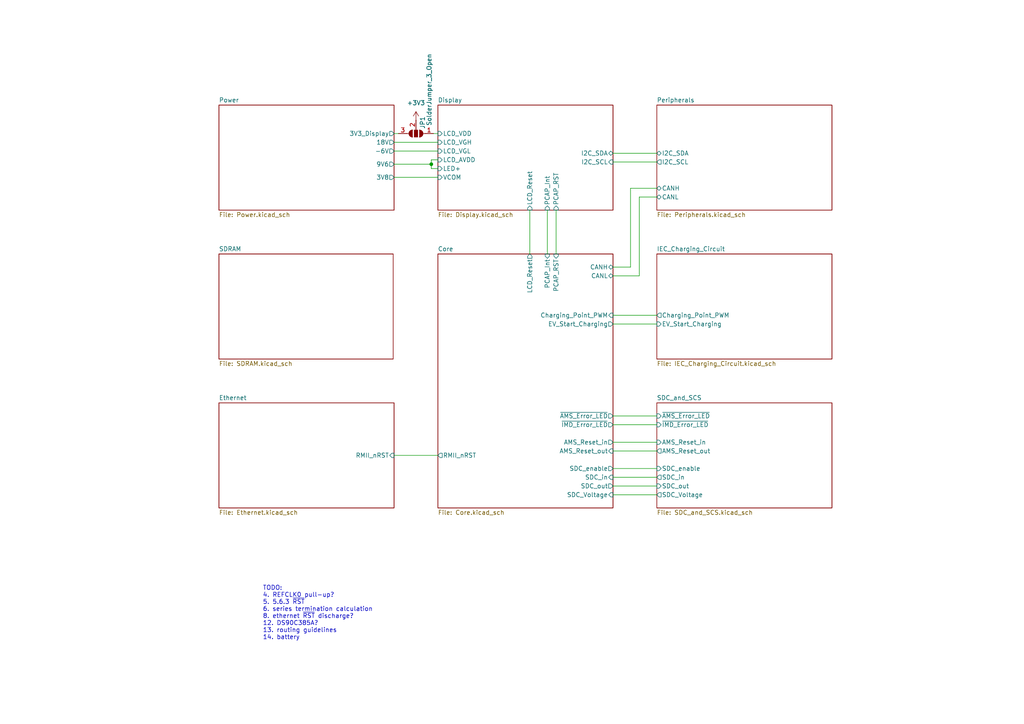
<source format=kicad_sch>
(kicad_sch (version 20250114) (generator "eeschema") (generator_version "9.0")
  (paper "A4")
  (lib_symbols
    (symbol "Jumper:SolderJumper_3_Open" (pin_names (offset 0) (hide yes)) (exclude_from_sim yes) (in_bom no)
      (property "Reference" "JP" (at -2.54 -2.54 0))
      (property "Value" "SolderJumper_3_Open" (at 0 2.794 0))
      (symbol "SolderJumper_3_Open_0_1"
        (polyline (pts (xy -2.54 0) (xy -2.032 0)))
        (polyline (pts (xy -1.016 1.016) (xy -1.016 -1.016)))
        (arc (start -1.016 -1.016) (mid -2.0276 0) (end -1.016 1.016))
        (arc (start -1.016 -1.016) (mid -2.0276 0) (end -1.016 1.016) (fill (type outline)))
        (rectangle (start -0.508 1.016) (end 0.508 -1.016) (fill (type outline)))
        (polyline (pts (xy 0 -1.27) (xy 0 -1.016)))
        (arc (start 1.016 1.016) (mid 2.0276 0) (end 1.016 -1.016))
        (arc (start 1.016 1.016) (mid 2.0276 0) (end 1.016 -1.016) (fill (type outline)))
        (polyline (pts (xy 1.016 1.016) (xy 1.016 -1.016)))
        (polyline (pts (xy 2.54 0) (xy 2.032 0)))
      )
      (symbol "SolderJumper_3_Open_1_1"
        (pin passive line (at -5.08 0 0) (length 2.54) (name "A") (number "1"))
        (pin passive line (at 0 -3.81 90) (length 2.54) (name "C") (number "2"))
        (pin passive line (at 5.08 0 180) (length 2.54) (name "B") (number "3"))
      )
    )
    (symbol "power:+3V3" (power) (pin_numbers (hide yes)) (pin_names (offset 0) (hide yes))
      (property "Value" "+3V3" (at 0 3.556 0))
      (symbol "+3V3_0_1"
        (polyline (pts (xy -0.762 1.27) (xy 0 2.54)))
        (polyline (pts (xy 0 2.54) (xy 0.762 1.27)))
        (polyline (pts (xy 0 0) (xy 0 2.54)))
      )
      (symbol "+3V3_1_1"
        (pin power_in line (at 0 0 90) (length 0) (name "~") (number "1"))
      )
    )
  )
  (text "TODO:\n4. REFCLK0 pull-up?\n5. 5.6.3 ~{RST}\n6. series termination calculation\n8. ethernet ~{RST} discharge?\n12. DS90C385A?\n13. routing guidelines\n14. battery" (at 76.2 177.8 0) (effects (font (size 1.27 1.27)) (justify left)))
  (junction (at 125.095 47.625))
  (wire (pts (xy 177.8 44.45) (xy 190.5 44.45)))
  (wire (pts (xy 177.8 46.99) (xy 190.5 46.99)))
  (wire (pts (xy 177.8 93.98) (xy 190.5 93.98)))
  (wire (pts (xy 177.8 130.81) (xy 190.5 130.81)))
  (wire (pts (xy 182.88 54.61) (xy 190.5 54.61)))
  (wire (pts (xy 190.5 57.15) (xy 185.42 57.15)))
  (wire (pts (xy 114.3 132.08) (xy 127 132.08)))
  (wire (pts (xy 114.3 47.625) (xy 125.095 47.625)))
  (wire (pts (xy 177.8 91.44) (xy 190.5 91.44)))
  (wire (pts (xy 125.095 46.355) (xy 125.095 47.625)))
  (wire (pts (xy 177.8 120.65) (xy 190.5 120.65)))
  (wire (pts (xy 177.8 77.47) (xy 182.88 77.47)))
  (wire (pts (xy 177.8 138.43) (xy 190.5 138.43)))
  (wire (pts (xy 114.3 38.735) (xy 115.57 38.735)))
  (wire (pts (xy 114.3 43.815) (xy 127 43.815)))
  (wire (pts (xy 127 46.355) (xy 125.095 46.355)))
  (wire (pts (xy 177.8 140.97) (xy 190.5 140.97)))
  (wire (pts (xy 182.88 77.47) (xy 182.88 54.61)))
  (wire (pts (xy 114.3 51.435) (xy 127 51.435)))
  (wire (pts (xy 177.8 135.89) (xy 190.5 135.89)))
  (wire (pts (xy 185.42 80.01) (xy 177.8 80.01)))
  (wire (pts (xy 153.67 60.96) (xy 153.67 73.66)))
  (wire (pts (xy 185.42 57.15) (xy 185.42 80.01)))
  (wire (pts (xy 125.095 48.895) (xy 127 48.895)))
  (wire (pts (xy 158.75 60.96) (xy 158.75 73.66)))
  (wire (pts (xy 161.29 60.96) (xy 161.29 73.66)))
  (wire (pts (xy 177.8 143.51) (xy 190.5 143.51)))
  (wire (pts (xy 114.3 41.275) (xy 127 41.275)))
  (wire (pts (xy 125.095 47.625) (xy 125.095 48.895)))
  (wire (pts (xy 177.8 123.19) (xy 190.5 123.19)))
  (wire (pts (xy 125.73 38.735) (xy 127 38.735)))
  (wire (pts (xy 177.8 128.27) (xy 190.5 128.27)))
  (symbol (lib_id "Jumper:SolderJumper_3_Open") (at 120.65 38.735 180) (unit 1) (in_bom no)
    (property "Reference" "JP1" (at 122.555 35.56 90))
    (property "Value" "SolderJumper_3_Open" (at 124.46 26.035 90))
    (property "Footprint" "Jumper:SolderJumper-3_P1.3mm_Open_RoundedPad1.0x1.5mm" (effects (hide yes)))
    (property "Description" "Solder Jumper, 3-pole, open" (effects (hide yes)))
  )
  (symbol (lib_id "power:+3V3") (at 120.65 34.925 0) (unit 1)
    (property "Reference" "#PWR01" (effects (hide yes)))
    (property "Value" "+3V3" (at 120.65 29.845 0))
    (property "Description" "Power symbol creates a global label with name \"+3V3\"" (effects (hide yes)))
  )
  (sheet (at 63.5 73.66) (size 50.546 30.48) (stroke (width 0.1524))
    (property "Sheetname" "SDRAM" (at 63.5 72.9484 0) (effects (justify left bottom)))
    (property "Sheetfile" "SDRAM.kicad_sch" (at 63.5 104.7246 0) (effects (justify left top)))
  )
  (sheet (at 127 30.48) (size 50.8 30.48) (stroke (width 0.1524))
    (property "Sheetname" "Display" (at 127 29.7684 0) (effects (justify left bottom)))
    (property "Sheetfile" "Display.kicad_sch" (at 127 61.5446 0) (effects (justify left top)))
    (pin "VCOM" input (at 127 51.435 180))
    (pin "LCD_VDD" input (at 127 38.735 180))
    (pin "LED+" input (at 127 48.895 180))
    (pin "I2C_SCL" input (at 177.8 46.99 0))
    (pin "PCAP_Int" input (at 158.75 60.96 270))
    (pin "I2C_SDA" bidirectional (at 177.8 44.45 0))
    (pin "PCAP_RST" input (at 161.29 60.96 270))
    (pin "LCD_VGH" input (at 127 41.275 180))
    (pin "LCD_VGL" input (at 127 43.815 180))
    (pin "LCD_AVDD" input (at 127 46.355 180))
    (pin "LCD_Reset" input (at 153.67 60.96 270))
  )
  (sheet (at 127 73.66) (size 50.8 73.66) (stroke (width 0.1524))
    (property "Sheetname" "Core" (at 127 72.9484 0) (effects (justify left bottom)))
    (property "Sheetfile" "Core.kicad_sch" (at 127 147.9046 0) (effects (justify left top)))
    (pin "PCAP_RST" input (at 161.29 73.66 90))
    (pin "PCAP_Int" input (at 158.75 73.66 90))
    (pin "~{AMS_Error_LED}" output (at 177.8 120.65 0))
    (pin "~{IMD_Error_LED}" output (at 177.8 123.19 0))
    (pin "SDC_enable" output (at 177.8 135.89 0))
    (pin "AMS_Reset_out" input (at 177.8 130.81 0))
    (pin "SDC_Voltage" input (at 177.8 143.51 0))
    (pin "SDC_in" input (at 177.8 138.43 0))
    (pin "SDC_out" output (at 177.8 140.97 0))
    (pin "AMS_Reset_in" output (at 177.8 128.27 0))
    (pin "EV_Start_Charging" output (at 177.8 93.98 0))
    (pin "Charging_Point_PWM" input (at 177.8 91.44 0))
    (pin "LCD_Reset" output (at 153.67 73.66 90))
    (pin "RMII_nRST" output (at 127 132.08 180))
    (pin "CANH" bidirectional (at 177.8 77.47 0))
    (pin "CANL" bidirectional (at 177.8 80.01 0))
  )
  (sheet (at 63.5 116.84) (size 50.8 30.48) (stroke (width 0.1524))
    (property "Sheetname" "Ethernet" (at 63.5 116.1284 0) (effects (justify left bottom)))
    (property "Sheetfile" "Ethernet.kicad_sch" (at 63.5 147.9046 0) (effects (justify left top)))
    (pin "RMII_nRST" input (at 114.3 132.08 0))
  )
  (sheet (at 190.5 116.84) (size 50.8 30.48) (stroke (width 0.1524))
    (property "Sheetname" "SDC_and_SCS" (at 190.5 116.1284 0) (effects (justify left bottom)))
    (property "Sheetfile" "SDC_and_SCS.kicad_sch" (at 190.5 147.9046 0) (effects (justify left top)))
    (pin "~{IMD_Error_LED}" input (at 190.5 123.19 180))
    (pin "~{AMS_Error_LED}" input (at 190.5 120.65 180))
    (pin "AMS_Reset_in" input (at 190.5 128.27 180))
    (pin "AMS_Reset_out" output (at 190.5 130.81 180))
    (pin "SDC_enable" input (at 190.5 135.89 180))
    (pin "SDC_in" output (at 190.5 138.43 180))
    (pin "SDC_Voltage" output (at 190.5 143.51 180))
    (pin "SDC_out" input (at 190.5 140.97 180))
  )
  (sheet (at 190.5 30.48) (size 50.8 30.48) (stroke (width 0.1524))
    (property "Sheetname" "Peripherals" (at 190.5 29.7684 0) (effects (justify left bottom)))
    (property "Sheetfile" "Peripherals.kicad_sch" (at 190.5 61.5446 0) (effects (justify left top)))
    (pin "I2C_SDA" bidirectional (at 190.5 44.45 180))
    (pin "I2C_SCL" output (at 190.5 46.99 180))
    (pin "CANL" bidirectional (at 190.5 57.15 180))
    (pin "CANH" bidirectional (at 190.5 54.61 180))
  )
  (sheet (at 190.5 73.66) (size 50.8 30.48) (stroke (width 0.1524))
    (property "Sheetname" "IEC_Charging_Circuit" (at 190.5 72.9484 0) (effects (justify left bottom)))
    (property "Sheetfile" "IEC_Charging_Circuit.kicad_sch" (at 190.5 104.7246 0) (effects (justify left top)))
    (pin "Charging_Point_PWM" output (at 190.5 91.44 180))
    (pin "EV_Start_Charging" input (at 190.5 93.98 180))
  )
  (sheet (at 63.5 30.48) (size 50.8 30.48) (stroke (width 0.1524))
    (property "Sheetname" "Power" (at 63.5 29.7684 0) (effects (justify left bottom)))
    (property "Sheetfile" "Power.kicad_sch" (at 63.5 61.5446 0) (effects (justify left top)))
    (pin "3V3_Display" output (at 114.3 38.735 0))
    (pin "3V8" output (at 114.3 51.435 0))
    (pin "18V" output (at 114.3 41.275 0))
    (pin "-6V" output (at 114.3 43.815 0))
    (pin "9V6" output (at 114.3 47.625 0))
  )
)
</source>
